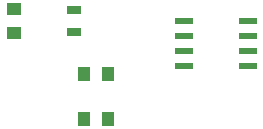
<source format=gbp>
G04 #@! TF.FileFunction,Paste,Bot*
%FSLAX46Y46*%
G04 Gerber Fmt 4.6, Leading zero omitted, Abs format (unit mm)*
G04 Created by KiCad (PCBNEW 4.0.1-stable) date Tuesday, March 29, 2016 'AMt' 01:29:57 AM*
%MOMM*%
G01*
G04 APERTURE LIST*
%ADD10C,0.100000*%
%ADD11R,1.000000X1.250000*%
%ADD12R,1.250000X1.000000*%
%ADD13R,1.300000X0.700000*%
%ADD14R,1.550000X0.600000*%
G04 APERTURE END LIST*
D10*
D11*
X108315000Y-65405000D03*
X106315000Y-65405000D03*
X108315000Y-69215000D03*
X106315000Y-69215000D03*
D12*
X100330000Y-61960000D03*
X100330000Y-59960000D03*
D13*
X105410000Y-61910000D03*
X105410000Y-60010000D03*
D14*
X114775000Y-64770000D03*
X114775000Y-63500000D03*
X114775000Y-62230000D03*
X114775000Y-60960000D03*
X120175000Y-60960000D03*
X120175000Y-62230000D03*
X120175000Y-63500000D03*
X120175000Y-64770000D03*
M02*

</source>
